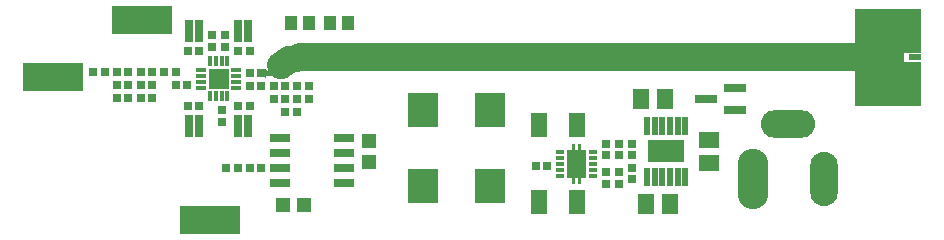
<source format=gbr>
%TF.GenerationSoftware,Altium Limited,Altium Designer,18.1.11 (251)*%
G04 Layer_Color=8388736*
%FSLAX26Y26*%
%MOIN*%
%TF.FileFunction,Soldermask,Top*%
%TF.Part,Single*%
G01*
G75*
%TA.AperFunction,ComponentPad*%
%ADD48O,0.181165X0.092583*%
%ADD49O,0.092583X0.181165*%
%ADD50O,0.102425X0.200850*%
%TA.AperFunction,NonConductor*%
%ADD53R,0.018967X0.033465*%
%TA.AperFunction,Conductor*%
%ADD54C,0.092240*%
%ADD55C,0.017500*%
%TA.AperFunction,ConnectorPad*%
%ADD56R,0.222000X0.146000*%
%ADD57R,0.044000X0.020000*%
%ADD58R,0.204000X0.094000*%
%TA.AperFunction,SMDPad,CuDef*%
%ADD59R,0.204000X0.094000*%
%ADD60R,0.057150X0.065024*%
%ADD61R,0.065024X0.057150*%
%ADD62R,0.039748X0.046480*%
%ADD63R,0.029000X0.031559*%
%ADD64R,0.057150X0.078803*%
%ADD65R,0.031559X0.029000*%
%ADD66R,0.074866X0.025654*%
%ADD67R,0.104394X0.113055*%
%ADD68R,0.027622X0.013842*%
%ADD69R,0.021000X0.059000*%
%ADD70R,0.120000X0.073000*%
%ADD71R,0.026047X0.075260*%
%ADD72R,0.047307X0.047307*%
%ADD73R,0.047307X0.047307*%
%ADD74R,0.034000X0.014000*%
%ADD75R,0.014000X0.034000*%
%ADD76R,0.070142X0.070142*%
G04:AMPARAMS|DCode=77|XSize=65.024mil|YSize=27.622mil|CornerRadius=2.945mil|HoleSize=0mil|Usage=FLASHONLY|Rotation=0.000|XOffset=0mil|YOffset=0mil|HoleType=Round|Shape=RoundedRectangle|*
%AMROUNDEDRECTD77*
21,1,0.065024,0.021732,0,0,0.0*
21,1,0.059134,0.027622,0,0,0.0*
1,1,0.005890,0.029567,-0.010866*
1,1,0.005890,-0.029567,-0.010866*
1,1,0.005890,-0.029567,0.010866*
1,1,0.005890,0.029567,0.010866*
%
%ADD77ROUNDEDRECTD77*%
G36*
X806937Y564713D02*
X807028Y564714D01*
X807133Y564694D01*
X807239Y564684D01*
X807326Y564657D01*
X807415Y564640D01*
X807514Y564600D01*
X807616Y564569D01*
X807696Y564526D01*
X807780Y564492D01*
X807870Y564433D01*
X807963Y564384D01*
X808033Y564326D01*
X808110Y564276D01*
X808185Y564201D01*
X808268Y564134D01*
X808326Y564063D01*
X808390Y563999D01*
X808450Y563912D01*
X808518Y563829D01*
X808561Y563749D01*
X808612Y563673D01*
X808653Y563575D01*
X808703Y563482D01*
X808730Y563395D01*
X808765Y563311D01*
X808787Y563206D01*
X808818Y563105D01*
X808827Y563014D01*
X808845Y562925D01*
X808956Y561879D01*
X809200Y561194D01*
X809608Y560588D01*
X810239Y560007D01*
X811156Y559452D01*
X812389Y558952D01*
X813944Y558537D01*
X815814Y558228D01*
X817994Y558037D01*
X820519Y557971D01*
X820688Y557950D01*
X820859Y557934D01*
X820884Y557926D01*
X820910Y557923D01*
X821073Y557869D01*
X821236Y557819D01*
X821259Y557807D01*
X821284Y557798D01*
X821433Y557714D01*
X821583Y557634D01*
X821604Y557617D01*
X821626Y557604D01*
X821756Y557492D01*
X821888Y557384D01*
X821904Y557364D01*
X821924Y557346D01*
X822030Y557210D01*
X822138Y557079D01*
X822150Y557056D01*
X822166Y557035D01*
X822243Y556882D01*
X822323Y556732D01*
X822331Y556706D01*
X822343Y556683D01*
X822388Y556518D01*
X822438Y556355D01*
X822440Y556329D01*
X822447Y556303D01*
X822460Y556132D01*
X822476Y555962D01*
Y542462D01*
X822460Y542293D01*
X822447Y542122D01*
X822440Y542096D01*
X822438Y542070D01*
X822388Y541907D01*
X822343Y541742D01*
X822331Y541719D01*
X822323Y541693D01*
X822242Y541541D01*
X822166Y541390D01*
X822150Y541370D01*
X822138Y541346D01*
X822029Y541214D01*
X821924Y541079D01*
X821904Y541062D01*
X821888Y541041D01*
X821756Y540933D01*
X821626Y540821D01*
X821604Y540808D01*
X821583Y540792D01*
X821433Y540711D01*
X821284Y540626D01*
X821259Y540618D01*
X821236Y540606D01*
X821073Y540556D01*
X820910Y540502D01*
X820884Y540499D01*
X820859Y540491D01*
X820688Y540475D01*
X820519Y540453D01*
X817994Y540388D01*
X815814Y540197D01*
X813944Y539888D01*
X812389Y539473D01*
X811155Y538973D01*
X810239Y538418D01*
X809608Y537837D01*
X809200Y537231D01*
X808956Y536546D01*
X808845Y535500D01*
X808827Y535411D01*
X808818Y535320D01*
X808787Y535219D01*
X808765Y535114D01*
X808730Y535030D01*
X808703Y534943D01*
X808653Y534850D01*
X808612Y534752D01*
X808561Y534676D01*
X808518Y534596D01*
X808450Y534513D01*
X808390Y534426D01*
X808326Y534362D01*
X808268Y534291D01*
X808185Y534224D01*
X808110Y534149D01*
X808033Y534099D01*
X807963Y534042D01*
X807870Y533991D01*
X807780Y533933D01*
X807696Y533899D01*
X807616Y533856D01*
X807514Y533825D01*
X807415Y533785D01*
X807326Y533768D01*
X807239Y533741D01*
X807133Y533731D01*
X807029Y533711D01*
X806937Y533712D01*
X806847Y533703D01*
X806741Y533713D01*
X806635Y533714D01*
X806545Y533732D01*
X806455Y533741D01*
X806353Y533772D01*
X806249Y533794D01*
X806164Y533830D01*
X806078Y533856D01*
X805984Y533906D01*
X805886Y533947D01*
X805811Y533999D01*
X805730Y534042D01*
X805648Y534109D01*
X805560Y534169D01*
X805496Y534233D01*
X805426Y534291D01*
X805358Y534374D01*
X805284Y534449D01*
X805233Y534526D01*
X805176Y534596D01*
X805126Y534689D01*
X805067Y534779D01*
X805033Y534863D01*
X804990Y534943D01*
X804959Y535045D01*
X804919Y535144D01*
X804902Y535233D01*
X804876Y535320D01*
X804865Y535426D01*
X804845Y535531D01*
X804846Y535622D01*
X804837Y535712D01*
Y562712D01*
X804846Y562803D01*
X804845Y562894D01*
X804865Y562999D01*
X804876Y563105D01*
X804902Y563192D01*
X804919Y563281D01*
X804959Y563380D01*
X804990Y563482D01*
X805033Y563562D01*
X805067Y563646D01*
X805126Y563736D01*
X805176Y563829D01*
X805233Y563899D01*
X805284Y563976D01*
X805358Y564051D01*
X805426Y564134D01*
X805496Y564192D01*
X805560Y564256D01*
X805648Y564316D01*
X805730Y564384D01*
X805811Y564426D01*
X805886Y564478D01*
X805984Y564519D01*
X806078Y564569D01*
X806164Y564596D01*
X806249Y564631D01*
X806353Y564653D01*
X806455Y564684D01*
X806545Y564692D01*
X806635Y564711D01*
X806741Y564712D01*
X806847Y564722D01*
X806937Y564713D01*
D02*
G37*
G36*
X1858268Y314961D02*
X1860236Y312992D01*
X1860236Y295276D01*
X1875984Y295276D01*
X1877953Y293307D01*
Y202756D01*
X1875984Y200787D01*
X1860236D01*
X1860236Y183071D01*
X1858268Y181103D01*
X1852362Y181103D01*
X1850394Y183071D01*
X1850394Y200787D01*
X1840551D01*
Y183071D01*
X1838583Y181103D01*
X1832677Y181103D01*
X1830709Y183071D01*
X1830709Y200787D01*
X1814961D01*
X1812992Y202756D01*
X1812992Y293307D01*
X1814961Y295276D01*
X1830709Y295276D01*
Y312992D01*
X1832677Y314961D01*
X1838583Y314961D01*
X1838583Y314961D01*
X1840551Y312992D01*
Y295276D01*
X1850394D01*
X1850394Y312992D01*
X1852362Y314961D01*
X1858268Y314961D01*
X1858268Y314961D01*
D02*
G37*
D48*
X2551181Y381890D02*
D03*
D49*
X2669291Y196850D02*
D03*
D50*
X2433071D02*
D03*
D53*
X2926540Y602362D02*
D03*
D54*
X922901D02*
G03*
X859611Y576146I0J-89506D01*
G01*
X922901Y602362D02*
X2888780D01*
D55*
X837590Y554125D02*
G03*
X837598Y554134I-11873J11890D01*
G01*
X825717Y549212D02*
G03*
X837590Y554125I0J16803D01*
G01*
X837598Y554134D02*
X859611Y576146D01*
X837590Y554125D02*
X837598Y554134D01*
X794587Y549212D02*
X825717D01*
D56*
X2883126Y690112D02*
D03*
Y514568D02*
D03*
D57*
X2972126Y602362D02*
D03*
D58*
X100000Y538386D02*
D03*
D59*
X624606Y60000D02*
D03*
X396260Y727402D02*
D03*
D60*
X2060039Y464567D02*
D03*
X2138780D02*
D03*
X2077756Y114173D02*
D03*
X2156496D02*
D03*
D61*
X2286417Y328740D02*
D03*
Y250000D02*
D03*
D62*
X954331Y717520D02*
D03*
X892126Y717520D02*
D03*
X1084252D02*
D03*
X1022047Y717520D02*
D03*
D63*
X914075Y505906D02*
D03*
X952067D02*
D03*
X835335D02*
D03*
X873327D02*
D03*
X549902Y624016D02*
D03*
X587894D02*
D03*
X717224Y438976D02*
D03*
X755216D02*
D03*
X755217Y624016D02*
D03*
X717224D02*
D03*
X587894Y438976D02*
D03*
X549902D02*
D03*
X1710040Y239173D02*
D03*
X1748032Y239173D02*
D03*
X350689Y466535D02*
D03*
X312697D02*
D03*
X312697Y509842D02*
D03*
X350689D02*
D03*
X429429Y466535D02*
D03*
X391437D02*
D03*
X234154Y553149D02*
D03*
X272146D02*
D03*
X508563Y509842D02*
D03*
X546555D02*
D03*
X391457D02*
D03*
X429449D02*
D03*
X312697Y553149D02*
D03*
X350689D02*
D03*
X470571D02*
D03*
X508563D02*
D03*
X429449D02*
D03*
X391457D02*
D03*
X715846Y232284D02*
D03*
X677854D02*
D03*
X952067Y462599D02*
D03*
X914075D02*
D03*
X873327D02*
D03*
X835335D02*
D03*
X794587Y505905D02*
D03*
X756595D02*
D03*
Y549212D02*
D03*
X794587D02*
D03*
X756595Y232284D02*
D03*
X794587D02*
D03*
X912697Y419291D02*
D03*
X874705D02*
D03*
D64*
X1845473Y120079D02*
D03*
X1719488D02*
D03*
X1719488Y375984D02*
D03*
X1845472D02*
D03*
D65*
X1943898Y181791D02*
D03*
X1943898Y219784D02*
D03*
X1987205D02*
D03*
Y181792D02*
D03*
X1943898Y314272D02*
D03*
X1943898Y276279D02*
D03*
X1987205Y314272D02*
D03*
Y276279D02*
D03*
X2030512Y276280D02*
D03*
X2030512Y314272D02*
D03*
Y197540D02*
D03*
X2030512Y235532D02*
D03*
X629921Y638484D02*
D03*
Y676476D02*
D03*
X673228Y638484D02*
D03*
Y676476D02*
D03*
X661417Y426181D02*
D03*
Y388189D02*
D03*
D66*
X2277559Y464567D02*
D03*
X2372047Y501968D02*
D03*
X2372047Y427165D02*
D03*
D67*
X1334646Y173425D02*
D03*
Y426969D02*
D03*
X1555118Y173425D02*
D03*
Y426969D02*
D03*
D68*
X1900591Y287402D02*
D03*
Y267717D02*
D03*
Y248032D02*
D03*
X1900591Y228346D02*
D03*
X1900591Y208661D02*
D03*
X1790354D02*
D03*
Y228346D02*
D03*
X1790354Y248032D02*
D03*
X1790355Y267717D02*
D03*
Y287402D02*
D03*
D69*
X2079701Y203370D02*
D03*
X2105301D02*
D03*
X2130901D02*
D03*
X2156501D02*
D03*
X2182101D02*
D03*
X2207701D02*
D03*
Y375370D02*
D03*
X2182101D02*
D03*
X2156501D02*
D03*
X2130901D02*
D03*
X2105301D02*
D03*
X2079701D02*
D03*
D70*
X2143701Y289370D02*
D03*
D71*
X717323Y688976D02*
D03*
X751181D02*
D03*
X587795D02*
D03*
X553937D02*
D03*
Y374016D02*
D03*
X587795D02*
D03*
X751181D02*
D03*
X717323D02*
D03*
D72*
X1152559Y252953D02*
D03*
Y323819D02*
D03*
D73*
X866142Y109252D02*
D03*
X937008D02*
D03*
D74*
X593575Y561024D02*
D03*
Y541333D02*
D03*
Y521644D02*
D03*
Y501954D02*
D03*
X709575D02*
D03*
Y521644D02*
D03*
Y541333D02*
D03*
Y561024D02*
D03*
D75*
X622040Y473488D02*
D03*
X641730D02*
D03*
X661420D02*
D03*
X681110D02*
D03*
Y589489D02*
D03*
X661420D02*
D03*
X641730D02*
D03*
X622040D02*
D03*
D76*
X651575Y531489D02*
D03*
D77*
X857284Y333858D02*
D03*
Y283858D02*
D03*
Y233858D02*
D03*
Y183858D02*
D03*
X1069882D02*
D03*
Y233858D02*
D03*
Y283858D02*
D03*
Y333858D02*
D03*
%TF.MD5,a0f2b6017d83e5a877e2f5ad1ff2cde4*%
M02*

</source>
